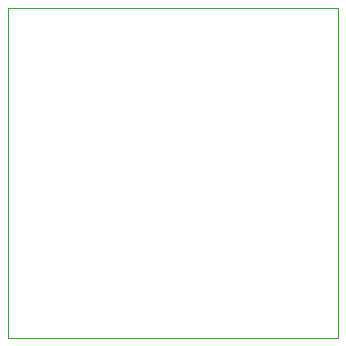
<source format=gko>
G75*
%MOIN*%
%OFA0B0*%
%FSLAX25Y25*%
%IPPOS*%
%LPD*%
%AMOC8*
5,1,8,0,0,1.08239X$1,22.5*
%
%ADD10C,0.00000*%
D10*
X0050837Y0034690D02*
X0050837Y0144690D01*
X0160837Y0144690D01*
X0160837Y0034690D01*
X0050837Y0034690D01*
M02*

</source>
